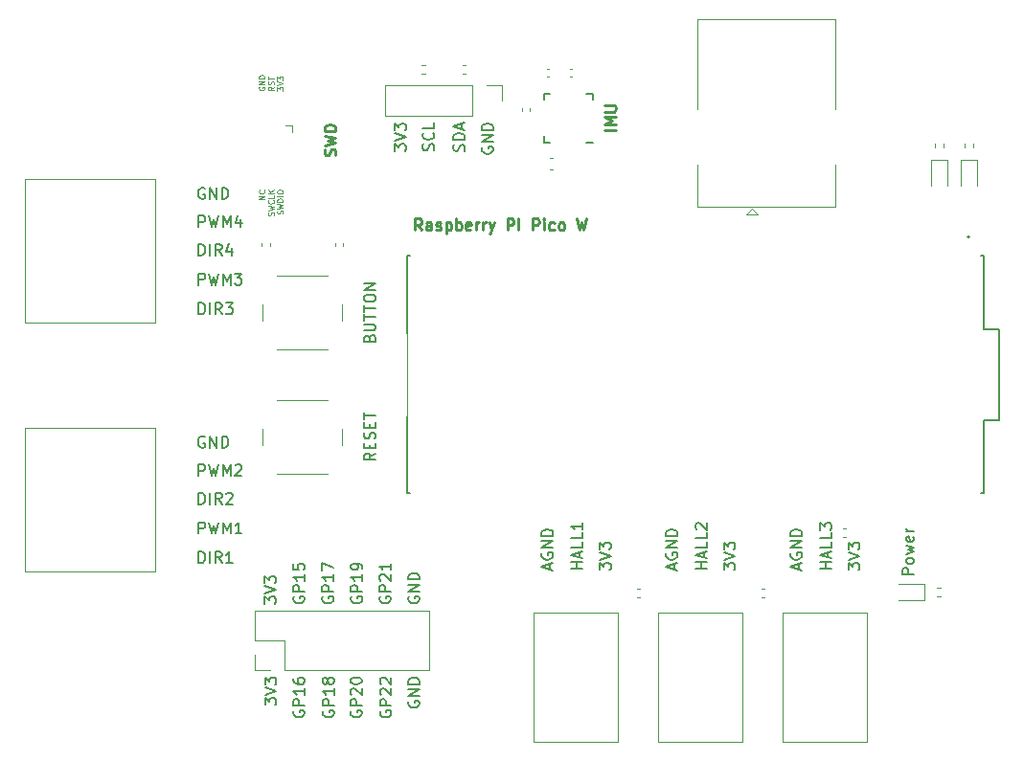
<source format=gbr>
%TF.GenerationSoftware,KiCad,Pcbnew,(6.0.5)*%
%TF.CreationDate,2023-01-28T00:33:00+00:00*%
%TF.ProjectId,Drivebase Board,44726976-6562-4617-9365-20426f617264,rev?*%
%TF.SameCoordinates,Original*%
%TF.FileFunction,Legend,Top*%
%TF.FilePolarity,Positive*%
%FSLAX46Y46*%
G04 Gerber Fmt 4.6, Leading zero omitted, Abs format (unit mm)*
G04 Created by KiCad (PCBNEW (6.0.5)) date 2023-01-28 00:33:00*
%MOMM*%
%LPD*%
G01*
G04 APERTURE LIST*
%ADD10C,0.250000*%
%ADD11C,0.150000*%
%ADD12C,0.100000*%
%ADD13C,0.120000*%
%ADD14C,0.127000*%
%ADD15C,0.200000*%
G04 APERTURE END LIST*
D10*
X125304761Y-82819642D02*
X125352380Y-82676785D01*
X125352380Y-82438690D01*
X125304761Y-82343452D01*
X125257142Y-82295833D01*
X125161904Y-82248214D01*
X125066666Y-82248214D01*
X124971428Y-82295833D01*
X124923809Y-82343452D01*
X124876190Y-82438690D01*
X124828571Y-82629166D01*
X124780952Y-82724404D01*
X124733333Y-82772023D01*
X124638095Y-82819642D01*
X124542857Y-82819642D01*
X124447619Y-82772023D01*
X124400000Y-82724404D01*
X124352380Y-82629166D01*
X124352380Y-82391071D01*
X124400000Y-82248214D01*
X124352380Y-81914880D02*
X125352380Y-81676785D01*
X124638095Y-81486309D01*
X125352380Y-81295833D01*
X124352380Y-81057738D01*
X125352380Y-80676785D02*
X124352380Y-80676785D01*
X124352380Y-80438690D01*
X124400000Y-80295833D01*
X124495238Y-80200595D01*
X124590476Y-80152976D01*
X124780952Y-80105357D01*
X124923809Y-80105357D01*
X125114285Y-80152976D01*
X125209523Y-80200595D01*
X125304761Y-80295833D01*
X125352380Y-80438690D01*
X125352380Y-80676785D01*
D11*
X131800000Y-131095714D02*
X131752380Y-131190952D01*
X131752380Y-131333809D01*
X131800000Y-131476666D01*
X131895238Y-131571904D01*
X131990476Y-131619523D01*
X132180952Y-131667142D01*
X132323809Y-131667142D01*
X132514285Y-131619523D01*
X132609523Y-131571904D01*
X132704761Y-131476666D01*
X132752380Y-131333809D01*
X132752380Y-131238571D01*
X132704761Y-131095714D01*
X132657142Y-131048095D01*
X132323809Y-131048095D01*
X132323809Y-131238571D01*
X132752380Y-130619523D02*
X131752380Y-130619523D01*
X132752380Y-130048095D01*
X131752380Y-130048095D01*
X132752380Y-129571904D02*
X131752380Y-129571904D01*
X131752380Y-129333809D01*
X131800000Y-129190952D01*
X131895238Y-129095714D01*
X131990476Y-129048095D01*
X132180952Y-129000476D01*
X132323809Y-129000476D01*
X132514285Y-129048095D01*
X132609523Y-129095714D01*
X132704761Y-129190952D01*
X132752380Y-129333809D01*
X132752380Y-129571904D01*
D12*
X119071190Y-86682261D02*
X118571190Y-86682261D01*
X119071190Y-86396547D01*
X118571190Y-86396547D01*
X119023571Y-85872738D02*
X119047380Y-85896547D01*
X119071190Y-85967976D01*
X119071190Y-86015595D01*
X119047380Y-86087023D01*
X118999761Y-86134642D01*
X118952142Y-86158452D01*
X118856904Y-86182261D01*
X118785476Y-86182261D01*
X118690238Y-86158452D01*
X118642619Y-86134642D01*
X118595000Y-86087023D01*
X118571190Y-86015595D01*
X118571190Y-85967976D01*
X118595000Y-85896547D01*
X118618809Y-85872738D01*
X119852380Y-88134642D02*
X119876190Y-88063214D01*
X119876190Y-87944166D01*
X119852380Y-87896547D01*
X119828571Y-87872738D01*
X119780952Y-87848928D01*
X119733333Y-87848928D01*
X119685714Y-87872738D01*
X119661904Y-87896547D01*
X119638095Y-87944166D01*
X119614285Y-88039404D01*
X119590476Y-88087023D01*
X119566666Y-88110833D01*
X119519047Y-88134642D01*
X119471428Y-88134642D01*
X119423809Y-88110833D01*
X119400000Y-88087023D01*
X119376190Y-88039404D01*
X119376190Y-87920357D01*
X119400000Y-87848928D01*
X119376190Y-87682261D02*
X119876190Y-87563214D01*
X119519047Y-87467976D01*
X119876190Y-87372738D01*
X119376190Y-87253690D01*
X119828571Y-86777500D02*
X119852380Y-86801309D01*
X119876190Y-86872738D01*
X119876190Y-86920357D01*
X119852380Y-86991785D01*
X119804761Y-87039404D01*
X119757142Y-87063214D01*
X119661904Y-87087023D01*
X119590476Y-87087023D01*
X119495238Y-87063214D01*
X119447619Y-87039404D01*
X119400000Y-86991785D01*
X119376190Y-86920357D01*
X119376190Y-86872738D01*
X119400000Y-86801309D01*
X119423809Y-86777500D01*
X119876190Y-86325119D02*
X119876190Y-86563214D01*
X119376190Y-86563214D01*
X119876190Y-86158452D02*
X119376190Y-86158452D01*
X119876190Y-85872738D02*
X119590476Y-86087023D01*
X119376190Y-85872738D02*
X119661904Y-86158452D01*
X120657380Y-87991785D02*
X120681190Y-87920357D01*
X120681190Y-87801309D01*
X120657380Y-87753690D01*
X120633571Y-87729880D01*
X120585952Y-87706071D01*
X120538333Y-87706071D01*
X120490714Y-87729880D01*
X120466904Y-87753690D01*
X120443095Y-87801309D01*
X120419285Y-87896547D01*
X120395476Y-87944166D01*
X120371666Y-87967976D01*
X120324047Y-87991785D01*
X120276428Y-87991785D01*
X120228809Y-87967976D01*
X120205000Y-87944166D01*
X120181190Y-87896547D01*
X120181190Y-87777500D01*
X120205000Y-87706071D01*
X120181190Y-87539404D02*
X120681190Y-87420357D01*
X120324047Y-87325119D01*
X120681190Y-87229880D01*
X120181190Y-87110833D01*
X120681190Y-86920357D02*
X120181190Y-86920357D01*
X120181190Y-86801309D01*
X120205000Y-86729880D01*
X120252619Y-86682261D01*
X120300238Y-86658452D01*
X120395476Y-86634642D01*
X120466904Y-86634642D01*
X120562142Y-86658452D01*
X120609761Y-86682261D01*
X120657380Y-86729880D01*
X120681190Y-86801309D01*
X120681190Y-86920357D01*
X120681190Y-86420357D02*
X120181190Y-86420357D01*
X120181190Y-86087023D02*
X120181190Y-85991785D01*
X120205000Y-85944166D01*
X120252619Y-85896547D01*
X120347857Y-85872738D01*
X120514523Y-85872738D01*
X120609761Y-85896547D01*
X120657380Y-85944166D01*
X120681190Y-85991785D01*
X120681190Y-86087023D01*
X120657380Y-86134642D01*
X120609761Y-86182261D01*
X120514523Y-86206071D01*
X120347857Y-86206071D01*
X120252619Y-86182261D01*
X120205000Y-86134642D01*
X120181190Y-86087023D01*
D11*
X113759404Y-85712500D02*
X113664166Y-85664880D01*
X113521309Y-85664880D01*
X113378452Y-85712500D01*
X113283214Y-85807738D01*
X113235595Y-85902976D01*
X113187976Y-86093452D01*
X113187976Y-86236309D01*
X113235595Y-86426785D01*
X113283214Y-86522023D01*
X113378452Y-86617261D01*
X113521309Y-86664880D01*
X113616547Y-86664880D01*
X113759404Y-86617261D01*
X113807023Y-86569642D01*
X113807023Y-86236309D01*
X113616547Y-86236309D01*
X114235595Y-86664880D02*
X114235595Y-85664880D01*
X114807023Y-86664880D01*
X114807023Y-85664880D01*
X115283214Y-86664880D02*
X115283214Y-85664880D01*
X115521309Y-85664880D01*
X115664166Y-85712500D01*
X115759404Y-85807738D01*
X115807023Y-85902976D01*
X115854642Y-86093452D01*
X115854642Y-86236309D01*
X115807023Y-86426785D01*
X115759404Y-86522023D01*
X115664166Y-86617261D01*
X115521309Y-86664880D01*
X115283214Y-86664880D01*
X136704761Y-82429047D02*
X136752380Y-82286190D01*
X136752380Y-82048095D01*
X136704761Y-81952857D01*
X136657142Y-81905238D01*
X136561904Y-81857619D01*
X136466666Y-81857619D01*
X136371428Y-81905238D01*
X136323809Y-81952857D01*
X136276190Y-82048095D01*
X136228571Y-82238571D01*
X136180952Y-82333809D01*
X136133333Y-82381428D01*
X136038095Y-82429047D01*
X135942857Y-82429047D01*
X135847619Y-82381428D01*
X135800000Y-82333809D01*
X135752380Y-82238571D01*
X135752380Y-82000476D01*
X135800000Y-81857619D01*
X136752380Y-81429047D02*
X135752380Y-81429047D01*
X135752380Y-81190952D01*
X135800000Y-81048095D01*
X135895238Y-80952857D01*
X135990476Y-80905238D01*
X136180952Y-80857619D01*
X136323809Y-80857619D01*
X136514285Y-80905238D01*
X136609523Y-80952857D01*
X136704761Y-81048095D01*
X136752380Y-81190952D01*
X136752380Y-81429047D01*
X136466666Y-80476666D02*
X136466666Y-80000476D01*
X136752380Y-80571904D02*
X135752380Y-80238571D01*
X136752380Y-79905238D01*
X113235595Y-89164880D02*
X113235595Y-88164880D01*
X113616547Y-88164880D01*
X113711785Y-88212500D01*
X113759404Y-88260119D01*
X113807023Y-88355357D01*
X113807023Y-88498214D01*
X113759404Y-88593452D01*
X113711785Y-88641071D01*
X113616547Y-88688690D01*
X113235595Y-88688690D01*
X114140357Y-88164880D02*
X114378452Y-89164880D01*
X114568928Y-88450595D01*
X114759404Y-89164880D01*
X114997500Y-88164880D01*
X115378452Y-89164880D02*
X115378452Y-88164880D01*
X115711785Y-88879166D01*
X116045119Y-88164880D01*
X116045119Y-89164880D01*
X116949880Y-88498214D02*
X116949880Y-89164880D01*
X116711785Y-88117261D02*
X116473690Y-88831547D01*
X117092738Y-88831547D01*
X126700000Y-131952857D02*
X126652380Y-132048095D01*
X126652380Y-132190952D01*
X126700000Y-132333809D01*
X126795238Y-132429047D01*
X126890476Y-132476666D01*
X127080952Y-132524285D01*
X127223809Y-132524285D01*
X127414285Y-132476666D01*
X127509523Y-132429047D01*
X127604761Y-132333809D01*
X127652380Y-132190952D01*
X127652380Y-132095714D01*
X127604761Y-131952857D01*
X127557142Y-131905238D01*
X127223809Y-131905238D01*
X127223809Y-132095714D01*
X127652380Y-131476666D02*
X126652380Y-131476666D01*
X126652380Y-131095714D01*
X126700000Y-131000476D01*
X126747619Y-130952857D01*
X126842857Y-130905238D01*
X126985714Y-130905238D01*
X127080952Y-130952857D01*
X127128571Y-131000476D01*
X127176190Y-131095714D01*
X127176190Y-131476666D01*
X126747619Y-130524285D02*
X126700000Y-130476666D01*
X126652380Y-130381428D01*
X126652380Y-130143333D01*
X126700000Y-130048095D01*
X126747619Y-130000476D01*
X126842857Y-129952857D01*
X126938095Y-129952857D01*
X127080952Y-130000476D01*
X127652380Y-130571904D01*
X127652380Y-129952857D01*
X126652380Y-129333809D02*
X126652380Y-129238571D01*
X126700000Y-129143333D01*
X126747619Y-129095714D01*
X126842857Y-129048095D01*
X127033333Y-129000476D01*
X127271428Y-129000476D01*
X127461904Y-129048095D01*
X127557142Y-129095714D01*
X127604761Y-129143333D01*
X127652380Y-129238571D01*
X127652380Y-129333809D01*
X127604761Y-129429047D01*
X127557142Y-129476666D01*
X127461904Y-129524285D01*
X127271428Y-129571904D01*
X127033333Y-129571904D01*
X126842857Y-129524285D01*
X126747619Y-129476666D01*
X126700000Y-129429047D01*
X126652380Y-129333809D01*
X130552380Y-82429047D02*
X130552380Y-81810000D01*
X130933333Y-82143333D01*
X130933333Y-82000476D01*
X130980952Y-81905238D01*
X131028571Y-81857619D01*
X131123809Y-81810000D01*
X131361904Y-81810000D01*
X131457142Y-81857619D01*
X131504761Y-81905238D01*
X131552380Y-82000476D01*
X131552380Y-82286190D01*
X131504761Y-82381428D01*
X131457142Y-82429047D01*
X130552380Y-81524285D02*
X131552380Y-81190952D01*
X130552380Y-80857619D01*
X130552380Y-80619523D02*
X130552380Y-80000476D01*
X130933333Y-80333809D01*
X130933333Y-80190952D01*
X130980952Y-80095714D01*
X131028571Y-80048095D01*
X131123809Y-80000476D01*
X131361904Y-80000476D01*
X131457142Y-80048095D01*
X131504761Y-80095714D01*
X131552380Y-80190952D01*
X131552380Y-80476666D01*
X131504761Y-80571904D01*
X131457142Y-80619523D01*
X129300000Y-131952857D02*
X129252380Y-132048095D01*
X129252380Y-132190952D01*
X129300000Y-132333809D01*
X129395238Y-132429047D01*
X129490476Y-132476666D01*
X129680952Y-132524285D01*
X129823809Y-132524285D01*
X130014285Y-132476666D01*
X130109523Y-132429047D01*
X130204761Y-132333809D01*
X130252380Y-132190952D01*
X130252380Y-132095714D01*
X130204761Y-131952857D01*
X130157142Y-131905238D01*
X129823809Y-131905238D01*
X129823809Y-132095714D01*
X130252380Y-131476666D02*
X129252380Y-131476666D01*
X129252380Y-131095714D01*
X129300000Y-131000476D01*
X129347619Y-130952857D01*
X129442857Y-130905238D01*
X129585714Y-130905238D01*
X129680952Y-130952857D01*
X129728571Y-131000476D01*
X129776190Y-131095714D01*
X129776190Y-131476666D01*
X129347619Y-130524285D02*
X129300000Y-130476666D01*
X129252380Y-130381428D01*
X129252380Y-130143333D01*
X129300000Y-130048095D01*
X129347619Y-130000476D01*
X129442857Y-129952857D01*
X129538095Y-129952857D01*
X129680952Y-130000476D01*
X130252380Y-130571904D01*
X130252380Y-129952857D01*
X129347619Y-129571904D02*
X129300000Y-129524285D01*
X129252380Y-129429047D01*
X129252380Y-129190952D01*
X129300000Y-129095714D01*
X129347619Y-129048095D01*
X129442857Y-129000476D01*
X129538095Y-129000476D01*
X129680952Y-129048095D01*
X130252380Y-129619523D01*
X130252380Y-129000476D01*
X138300000Y-82095714D02*
X138252380Y-82190952D01*
X138252380Y-82333809D01*
X138300000Y-82476666D01*
X138395238Y-82571904D01*
X138490476Y-82619523D01*
X138680952Y-82667142D01*
X138823809Y-82667142D01*
X139014285Y-82619523D01*
X139109523Y-82571904D01*
X139204761Y-82476666D01*
X139252380Y-82333809D01*
X139252380Y-82238571D01*
X139204761Y-82095714D01*
X139157142Y-82048095D01*
X138823809Y-82048095D01*
X138823809Y-82238571D01*
X139252380Y-81619523D02*
X138252380Y-81619523D01*
X139252380Y-81048095D01*
X138252380Y-81048095D01*
X139252380Y-80571904D02*
X138252380Y-80571904D01*
X138252380Y-80333809D01*
X138300000Y-80190952D01*
X138395238Y-80095714D01*
X138490476Y-80048095D01*
X138680952Y-80000476D01*
X138823809Y-80000476D01*
X139014285Y-80048095D01*
X139109523Y-80095714D01*
X139204761Y-80190952D01*
X139252380Y-80333809D01*
X139252380Y-80571904D01*
X121650000Y-121853095D02*
X121602380Y-121948333D01*
X121602380Y-122091190D01*
X121650000Y-122234047D01*
X121745238Y-122329285D01*
X121840476Y-122376904D01*
X122030952Y-122424523D01*
X122173809Y-122424523D01*
X122364285Y-122376904D01*
X122459523Y-122329285D01*
X122554761Y-122234047D01*
X122602380Y-122091190D01*
X122602380Y-121995952D01*
X122554761Y-121853095D01*
X122507142Y-121805476D01*
X122173809Y-121805476D01*
X122173809Y-121995952D01*
X122602380Y-121376904D02*
X121602380Y-121376904D01*
X121602380Y-120995952D01*
X121650000Y-120900714D01*
X121697619Y-120853095D01*
X121792857Y-120805476D01*
X121935714Y-120805476D01*
X122030952Y-120853095D01*
X122078571Y-120900714D01*
X122126190Y-120995952D01*
X122126190Y-121376904D01*
X122602380Y-119853095D02*
X122602380Y-120424523D01*
X122602380Y-120138809D02*
X121602380Y-120138809D01*
X121745238Y-120234047D01*
X121840476Y-120329285D01*
X121888095Y-120424523D01*
X121602380Y-118948333D02*
X121602380Y-119424523D01*
X122078571Y-119472142D01*
X122030952Y-119424523D01*
X121983333Y-119329285D01*
X121983333Y-119091190D01*
X122030952Y-118995952D01*
X122078571Y-118948333D01*
X122173809Y-118900714D01*
X122411904Y-118900714D01*
X122507142Y-118948333D01*
X122554761Y-118995952D01*
X122602380Y-119091190D01*
X122602380Y-119329285D01*
X122554761Y-119424523D01*
X122507142Y-119472142D01*
X113759404Y-107712500D02*
X113664166Y-107664880D01*
X113521309Y-107664880D01*
X113378452Y-107712500D01*
X113283214Y-107807738D01*
X113235595Y-107902976D01*
X113187976Y-108093452D01*
X113187976Y-108236309D01*
X113235595Y-108426785D01*
X113283214Y-108522023D01*
X113378452Y-108617261D01*
X113521309Y-108664880D01*
X113616547Y-108664880D01*
X113759404Y-108617261D01*
X113807023Y-108569642D01*
X113807023Y-108236309D01*
X113616547Y-108236309D01*
X114235595Y-108664880D02*
X114235595Y-107664880D01*
X114807023Y-108664880D01*
X114807023Y-107664880D01*
X115283214Y-108664880D02*
X115283214Y-107664880D01*
X115521309Y-107664880D01*
X115664166Y-107712500D01*
X115759404Y-107807738D01*
X115807023Y-107902976D01*
X115854642Y-108093452D01*
X115854642Y-108236309D01*
X115807023Y-108426785D01*
X115759404Y-108522023D01*
X115664166Y-108617261D01*
X115521309Y-108664880D01*
X115283214Y-108664880D01*
X131800000Y-121853095D02*
X131752380Y-121948333D01*
X131752380Y-122091190D01*
X131800000Y-122234047D01*
X131895238Y-122329285D01*
X131990476Y-122376904D01*
X132180952Y-122424523D01*
X132323809Y-122424523D01*
X132514285Y-122376904D01*
X132609523Y-122329285D01*
X132704761Y-122234047D01*
X132752380Y-122091190D01*
X132752380Y-121995952D01*
X132704761Y-121853095D01*
X132657142Y-121805476D01*
X132323809Y-121805476D01*
X132323809Y-121995952D01*
X132752380Y-121376904D02*
X131752380Y-121376904D01*
X132752380Y-120805476D01*
X131752380Y-120805476D01*
X132752380Y-120329285D02*
X131752380Y-120329285D01*
X131752380Y-120091190D01*
X131800000Y-119948333D01*
X131895238Y-119853095D01*
X131990476Y-119805476D01*
X132180952Y-119757857D01*
X132323809Y-119757857D01*
X132514285Y-119805476D01*
X132609523Y-119853095D01*
X132704761Y-119948333D01*
X132752380Y-120091190D01*
X132752380Y-120329285D01*
X133994761Y-82381428D02*
X134042380Y-82238571D01*
X134042380Y-82000476D01*
X133994761Y-81905238D01*
X133947142Y-81857619D01*
X133851904Y-81810000D01*
X133756666Y-81810000D01*
X133661428Y-81857619D01*
X133613809Y-81905238D01*
X133566190Y-82000476D01*
X133518571Y-82190952D01*
X133470952Y-82286190D01*
X133423333Y-82333809D01*
X133328095Y-82381428D01*
X133232857Y-82381428D01*
X133137619Y-82333809D01*
X133090000Y-82286190D01*
X133042380Y-82190952D01*
X133042380Y-81952857D01*
X133090000Y-81810000D01*
X133947142Y-80810000D02*
X133994761Y-80857619D01*
X134042380Y-81000476D01*
X134042380Y-81095714D01*
X133994761Y-81238571D01*
X133899523Y-81333809D01*
X133804285Y-81381428D01*
X133613809Y-81429047D01*
X133470952Y-81429047D01*
X133280476Y-81381428D01*
X133185238Y-81333809D01*
X133090000Y-81238571D01*
X133042380Y-81095714D01*
X133042380Y-81000476D01*
X133090000Y-80857619D01*
X133137619Y-80810000D01*
X134042380Y-79905238D02*
X134042380Y-80381428D01*
X133042380Y-80381428D01*
X148652380Y-119472142D02*
X148652380Y-118853095D01*
X149033333Y-119186428D01*
X149033333Y-119043571D01*
X149080952Y-118948333D01*
X149128571Y-118900714D01*
X149223809Y-118853095D01*
X149461904Y-118853095D01*
X149557142Y-118900714D01*
X149604761Y-118948333D01*
X149652380Y-119043571D01*
X149652380Y-119329285D01*
X149604761Y-119424523D01*
X149557142Y-119472142D01*
X148652380Y-118567380D02*
X149652380Y-118234047D01*
X148652380Y-117900714D01*
X148652380Y-117662619D02*
X148652380Y-117043571D01*
X149033333Y-117376904D01*
X149033333Y-117234047D01*
X149080952Y-117138809D01*
X149128571Y-117091190D01*
X149223809Y-117043571D01*
X149461904Y-117043571D01*
X149557142Y-117091190D01*
X149604761Y-117138809D01*
X149652380Y-117234047D01*
X149652380Y-117519761D01*
X149604761Y-117615000D01*
X149557142Y-117662619D01*
D12*
X118595000Y-76766547D02*
X118571190Y-76814166D01*
X118571190Y-76885595D01*
X118595000Y-76957023D01*
X118642619Y-77004642D01*
X118690238Y-77028452D01*
X118785476Y-77052261D01*
X118856904Y-77052261D01*
X118952142Y-77028452D01*
X118999761Y-77004642D01*
X119047380Y-76957023D01*
X119071190Y-76885595D01*
X119071190Y-76837976D01*
X119047380Y-76766547D01*
X119023571Y-76742738D01*
X118856904Y-76742738D01*
X118856904Y-76837976D01*
X119071190Y-76528452D02*
X118571190Y-76528452D01*
X119071190Y-76242738D01*
X118571190Y-76242738D01*
X119071190Y-76004642D02*
X118571190Y-76004642D01*
X118571190Y-75885595D01*
X118595000Y-75814166D01*
X118642619Y-75766547D01*
X118690238Y-75742738D01*
X118785476Y-75718928D01*
X118856904Y-75718928D01*
X118952142Y-75742738D01*
X118999761Y-75766547D01*
X119047380Y-75814166D01*
X119071190Y-75885595D01*
X119071190Y-76004642D01*
X119876190Y-76742738D02*
X119638095Y-76909404D01*
X119876190Y-77028452D02*
X119376190Y-77028452D01*
X119376190Y-76837976D01*
X119400000Y-76790357D01*
X119423809Y-76766547D01*
X119471428Y-76742738D01*
X119542857Y-76742738D01*
X119590476Y-76766547D01*
X119614285Y-76790357D01*
X119638095Y-76837976D01*
X119638095Y-77028452D01*
X119852380Y-76552261D02*
X119876190Y-76480833D01*
X119876190Y-76361785D01*
X119852380Y-76314166D01*
X119828571Y-76290357D01*
X119780952Y-76266547D01*
X119733333Y-76266547D01*
X119685714Y-76290357D01*
X119661904Y-76314166D01*
X119638095Y-76361785D01*
X119614285Y-76457023D01*
X119590476Y-76504642D01*
X119566666Y-76528452D01*
X119519047Y-76552261D01*
X119471428Y-76552261D01*
X119423809Y-76528452D01*
X119400000Y-76504642D01*
X119376190Y-76457023D01*
X119376190Y-76337976D01*
X119400000Y-76266547D01*
X119376190Y-76123690D02*
X119376190Y-75837976D01*
X119876190Y-75980833D02*
X119376190Y-75980833D01*
X120181190Y-77076071D02*
X120181190Y-76766547D01*
X120371666Y-76933214D01*
X120371666Y-76861785D01*
X120395476Y-76814166D01*
X120419285Y-76790357D01*
X120466904Y-76766547D01*
X120585952Y-76766547D01*
X120633571Y-76790357D01*
X120657380Y-76814166D01*
X120681190Y-76861785D01*
X120681190Y-77004642D01*
X120657380Y-77052261D01*
X120633571Y-77076071D01*
X120181190Y-76623690D02*
X120681190Y-76457023D01*
X120181190Y-76290357D01*
X120181190Y-76171309D02*
X120181190Y-75861785D01*
X120371666Y-76028452D01*
X120371666Y-75957023D01*
X120395476Y-75909404D01*
X120419285Y-75885595D01*
X120466904Y-75861785D01*
X120585952Y-75861785D01*
X120633571Y-75885595D01*
X120657380Y-75909404D01*
X120681190Y-75957023D01*
X120681190Y-76099880D01*
X120657380Y-76147500D01*
X120633571Y-76171309D01*
D11*
X155266666Y-119424523D02*
X155266666Y-118948333D01*
X155552380Y-119519761D02*
X154552380Y-119186428D01*
X155552380Y-118853095D01*
X154600000Y-117995952D02*
X154552380Y-118091190D01*
X154552380Y-118234047D01*
X154600000Y-118376904D01*
X154695238Y-118472142D01*
X154790476Y-118519761D01*
X154980952Y-118567380D01*
X155123809Y-118567380D01*
X155314285Y-118519761D01*
X155409523Y-118472142D01*
X155504761Y-118376904D01*
X155552380Y-118234047D01*
X155552380Y-118138809D01*
X155504761Y-117995952D01*
X155457142Y-117948333D01*
X155123809Y-117948333D01*
X155123809Y-118138809D01*
X155552380Y-117519761D02*
X154552380Y-117519761D01*
X155552380Y-116948333D01*
X154552380Y-116948333D01*
X155552380Y-116472142D02*
X154552380Y-116472142D01*
X154552380Y-116234047D01*
X154600000Y-116091190D01*
X154695238Y-115995952D01*
X154790476Y-115948333D01*
X154980952Y-115900714D01*
X155123809Y-115900714D01*
X155314285Y-115948333D01*
X155409523Y-115995952D01*
X155504761Y-116091190D01*
X155552380Y-116234047D01*
X155552380Y-116472142D01*
X113235595Y-118864880D02*
X113235595Y-117864880D01*
X113473690Y-117864880D01*
X113616547Y-117912500D01*
X113711785Y-118007738D01*
X113759404Y-118102976D01*
X113807023Y-118293452D01*
X113807023Y-118436309D01*
X113759404Y-118626785D01*
X113711785Y-118722023D01*
X113616547Y-118817261D01*
X113473690Y-118864880D01*
X113235595Y-118864880D01*
X114235595Y-118864880D02*
X114235595Y-117864880D01*
X115283214Y-118864880D02*
X114949880Y-118388690D01*
X114711785Y-118864880D02*
X114711785Y-117864880D01*
X115092738Y-117864880D01*
X115187976Y-117912500D01*
X115235595Y-117960119D01*
X115283214Y-118055357D01*
X115283214Y-118198214D01*
X115235595Y-118293452D01*
X115187976Y-118341071D01*
X115092738Y-118388690D01*
X114711785Y-118388690D01*
X116235595Y-118864880D02*
X115664166Y-118864880D01*
X115949880Y-118864880D02*
X115949880Y-117864880D01*
X115854642Y-118007738D01*
X115759404Y-118102976D01*
X115664166Y-118150595D01*
X119102380Y-131429047D02*
X119102380Y-130810000D01*
X119483333Y-131143333D01*
X119483333Y-131000476D01*
X119530952Y-130905238D01*
X119578571Y-130857619D01*
X119673809Y-130810000D01*
X119911904Y-130810000D01*
X120007142Y-130857619D01*
X120054761Y-130905238D01*
X120102380Y-131000476D01*
X120102380Y-131286190D01*
X120054761Y-131381428D01*
X120007142Y-131429047D01*
X119102380Y-130524285D02*
X120102380Y-130190952D01*
X119102380Y-129857619D01*
X119102380Y-129619523D02*
X119102380Y-129000476D01*
X119483333Y-129333809D01*
X119483333Y-129190952D01*
X119530952Y-129095714D01*
X119578571Y-129048095D01*
X119673809Y-129000476D01*
X119911904Y-129000476D01*
X120007142Y-129048095D01*
X120054761Y-129095714D01*
X120102380Y-129190952D01*
X120102380Y-129476666D01*
X120054761Y-129571904D01*
X120007142Y-129619523D01*
X113235595Y-116264880D02*
X113235595Y-115264880D01*
X113616547Y-115264880D01*
X113711785Y-115312500D01*
X113759404Y-115360119D01*
X113807023Y-115455357D01*
X113807023Y-115598214D01*
X113759404Y-115693452D01*
X113711785Y-115741071D01*
X113616547Y-115788690D01*
X113235595Y-115788690D01*
X114140357Y-115264880D02*
X114378452Y-116264880D01*
X114568928Y-115550595D01*
X114759404Y-116264880D01*
X114997500Y-115264880D01*
X115378452Y-116264880D02*
X115378452Y-115264880D01*
X115711785Y-115979166D01*
X116045119Y-115264880D01*
X116045119Y-116264880D01*
X117045119Y-116264880D02*
X116473690Y-116264880D01*
X116759404Y-116264880D02*
X116759404Y-115264880D01*
X116664166Y-115407738D01*
X116568928Y-115502976D01*
X116473690Y-115550595D01*
X126750000Y-121853095D02*
X126702380Y-121948333D01*
X126702380Y-122091190D01*
X126750000Y-122234047D01*
X126845238Y-122329285D01*
X126940476Y-122376904D01*
X127130952Y-122424523D01*
X127273809Y-122424523D01*
X127464285Y-122376904D01*
X127559523Y-122329285D01*
X127654761Y-122234047D01*
X127702380Y-122091190D01*
X127702380Y-121995952D01*
X127654761Y-121853095D01*
X127607142Y-121805476D01*
X127273809Y-121805476D01*
X127273809Y-121995952D01*
X127702380Y-121376904D02*
X126702380Y-121376904D01*
X126702380Y-120995952D01*
X126750000Y-120900714D01*
X126797619Y-120853095D01*
X126892857Y-120805476D01*
X127035714Y-120805476D01*
X127130952Y-120853095D01*
X127178571Y-120900714D01*
X127226190Y-120995952D01*
X127226190Y-121376904D01*
X127702380Y-119853095D02*
X127702380Y-120424523D01*
X127702380Y-120138809D02*
X126702380Y-120138809D01*
X126845238Y-120234047D01*
X126940476Y-120329285D01*
X126988095Y-120424523D01*
X127702380Y-119376904D02*
X127702380Y-119186428D01*
X127654761Y-119091190D01*
X127607142Y-119043571D01*
X127464285Y-118948333D01*
X127273809Y-118900714D01*
X126892857Y-118900714D01*
X126797619Y-118948333D01*
X126750000Y-118995952D01*
X126702380Y-119091190D01*
X126702380Y-119281666D01*
X126750000Y-119376904D01*
X126797619Y-119424523D01*
X126892857Y-119472142D01*
X127130952Y-119472142D01*
X127226190Y-119424523D01*
X127273809Y-119376904D01*
X127321428Y-119281666D01*
X127321428Y-119091190D01*
X127273809Y-118995952D01*
X127226190Y-118948333D01*
X127130952Y-118900714D01*
X176452380Y-119876904D02*
X175452380Y-119876904D01*
X175452380Y-119495952D01*
X175500000Y-119400714D01*
X175547619Y-119353095D01*
X175642857Y-119305476D01*
X175785714Y-119305476D01*
X175880952Y-119353095D01*
X175928571Y-119400714D01*
X175976190Y-119495952D01*
X175976190Y-119876904D01*
X176452380Y-118734047D02*
X176404761Y-118829285D01*
X176357142Y-118876904D01*
X176261904Y-118924523D01*
X175976190Y-118924523D01*
X175880952Y-118876904D01*
X175833333Y-118829285D01*
X175785714Y-118734047D01*
X175785714Y-118591190D01*
X175833333Y-118495952D01*
X175880952Y-118448333D01*
X175976190Y-118400714D01*
X176261904Y-118400714D01*
X176357142Y-118448333D01*
X176404761Y-118495952D01*
X176452380Y-118591190D01*
X176452380Y-118734047D01*
X175785714Y-118067380D02*
X176452380Y-117876904D01*
X175976190Y-117686428D01*
X176452380Y-117495952D01*
X175785714Y-117305476D01*
X176404761Y-116543571D02*
X176452380Y-116638809D01*
X176452380Y-116829285D01*
X176404761Y-116924523D01*
X176309523Y-116972142D01*
X175928571Y-116972142D01*
X175833333Y-116924523D01*
X175785714Y-116829285D01*
X175785714Y-116638809D01*
X175833333Y-116543571D01*
X175928571Y-116495952D01*
X176023809Y-116495952D01*
X176119047Y-116972142D01*
X176452380Y-116067380D02*
X175785714Y-116067380D01*
X175976190Y-116067380D02*
X175880952Y-116019761D01*
X175833333Y-115972142D01*
X175785714Y-115876904D01*
X175785714Y-115781666D01*
X158152380Y-119376904D02*
X157152380Y-119376904D01*
X157628571Y-119376904D02*
X157628571Y-118805476D01*
X158152380Y-118805476D02*
X157152380Y-118805476D01*
X157866666Y-118376904D02*
X157866666Y-117900714D01*
X158152380Y-118472142D02*
X157152380Y-118138809D01*
X158152380Y-117805476D01*
X158152380Y-116995952D02*
X158152380Y-117472142D01*
X157152380Y-117472142D01*
X158152380Y-116186428D02*
X158152380Y-116662619D01*
X157152380Y-116662619D01*
X157247619Y-115900714D02*
X157200000Y-115853095D01*
X157152380Y-115757857D01*
X157152380Y-115519761D01*
X157200000Y-115424523D01*
X157247619Y-115376904D01*
X157342857Y-115329285D01*
X157438095Y-115329285D01*
X157580952Y-115376904D01*
X158152380Y-115948333D01*
X158152380Y-115329285D01*
X113235595Y-96864880D02*
X113235595Y-95864880D01*
X113473690Y-95864880D01*
X113616547Y-95912500D01*
X113711785Y-96007738D01*
X113759404Y-96102976D01*
X113807023Y-96293452D01*
X113807023Y-96436309D01*
X113759404Y-96626785D01*
X113711785Y-96722023D01*
X113616547Y-96817261D01*
X113473690Y-96864880D01*
X113235595Y-96864880D01*
X114235595Y-96864880D02*
X114235595Y-95864880D01*
X115283214Y-96864880D02*
X114949880Y-96388690D01*
X114711785Y-96864880D02*
X114711785Y-95864880D01*
X115092738Y-95864880D01*
X115187976Y-95912500D01*
X115235595Y-95960119D01*
X115283214Y-96055357D01*
X115283214Y-96198214D01*
X115235595Y-96293452D01*
X115187976Y-96341071D01*
X115092738Y-96388690D01*
X114711785Y-96388690D01*
X115616547Y-95864880D02*
X116235595Y-95864880D01*
X115902261Y-96245833D01*
X116045119Y-96245833D01*
X116140357Y-96293452D01*
X116187976Y-96341071D01*
X116235595Y-96436309D01*
X116235595Y-96674404D01*
X116187976Y-96769642D01*
X116140357Y-96817261D01*
X116045119Y-96864880D01*
X115759404Y-96864880D01*
X115664166Y-96817261D01*
X115616547Y-96769642D01*
X144266666Y-119424523D02*
X144266666Y-118948333D01*
X144552380Y-119519761D02*
X143552380Y-119186428D01*
X144552380Y-118853095D01*
X143600000Y-117995952D02*
X143552380Y-118091190D01*
X143552380Y-118234047D01*
X143600000Y-118376904D01*
X143695238Y-118472142D01*
X143790476Y-118519761D01*
X143980952Y-118567380D01*
X144123809Y-118567380D01*
X144314285Y-118519761D01*
X144409523Y-118472142D01*
X144504761Y-118376904D01*
X144552380Y-118234047D01*
X144552380Y-118138809D01*
X144504761Y-117995952D01*
X144457142Y-117948333D01*
X144123809Y-117948333D01*
X144123809Y-118138809D01*
X144552380Y-117519761D02*
X143552380Y-117519761D01*
X144552380Y-116948333D01*
X143552380Y-116948333D01*
X144552380Y-116472142D02*
X143552380Y-116472142D01*
X143552380Y-116234047D01*
X143600000Y-116091190D01*
X143695238Y-115995952D01*
X143790476Y-115948333D01*
X143980952Y-115900714D01*
X144123809Y-115900714D01*
X144314285Y-115948333D01*
X144409523Y-115995952D01*
X144504761Y-116091190D01*
X144552380Y-116234047D01*
X144552380Y-116472142D01*
X170652380Y-119472142D02*
X170652380Y-118853095D01*
X171033333Y-119186428D01*
X171033333Y-119043571D01*
X171080952Y-118948333D01*
X171128571Y-118900714D01*
X171223809Y-118853095D01*
X171461904Y-118853095D01*
X171557142Y-118900714D01*
X171604761Y-118948333D01*
X171652380Y-119043571D01*
X171652380Y-119329285D01*
X171604761Y-119424523D01*
X171557142Y-119472142D01*
X170652380Y-118567380D02*
X171652380Y-118234047D01*
X170652380Y-117900714D01*
X170652380Y-117662619D02*
X170652380Y-117043571D01*
X171033333Y-117376904D01*
X171033333Y-117234047D01*
X171080952Y-117138809D01*
X171128571Y-117091190D01*
X171223809Y-117043571D01*
X171461904Y-117043571D01*
X171557142Y-117091190D01*
X171604761Y-117138809D01*
X171652380Y-117234047D01*
X171652380Y-117519761D01*
X171604761Y-117615000D01*
X171557142Y-117662619D01*
X169152380Y-119376904D02*
X168152380Y-119376904D01*
X168628571Y-119376904D02*
X168628571Y-118805476D01*
X169152380Y-118805476D02*
X168152380Y-118805476D01*
X168866666Y-118376904D02*
X168866666Y-117900714D01*
X169152380Y-118472142D02*
X168152380Y-118138809D01*
X169152380Y-117805476D01*
X169152380Y-116995952D02*
X169152380Y-117472142D01*
X168152380Y-117472142D01*
X169152380Y-116186428D02*
X169152380Y-116662619D01*
X168152380Y-116662619D01*
X168152380Y-115948333D02*
X168152380Y-115329285D01*
X168533333Y-115662619D01*
X168533333Y-115519761D01*
X168580952Y-115424523D01*
X168628571Y-115376904D01*
X168723809Y-115329285D01*
X168961904Y-115329285D01*
X169057142Y-115376904D01*
X169104761Y-115424523D01*
X169152380Y-115519761D01*
X169152380Y-115805476D01*
X169104761Y-115900714D01*
X169057142Y-115948333D01*
X113235595Y-113664880D02*
X113235595Y-112664880D01*
X113473690Y-112664880D01*
X113616547Y-112712500D01*
X113711785Y-112807738D01*
X113759404Y-112902976D01*
X113807023Y-113093452D01*
X113807023Y-113236309D01*
X113759404Y-113426785D01*
X113711785Y-113522023D01*
X113616547Y-113617261D01*
X113473690Y-113664880D01*
X113235595Y-113664880D01*
X114235595Y-113664880D02*
X114235595Y-112664880D01*
X115283214Y-113664880D02*
X114949880Y-113188690D01*
X114711785Y-113664880D02*
X114711785Y-112664880D01*
X115092738Y-112664880D01*
X115187976Y-112712500D01*
X115235595Y-112760119D01*
X115283214Y-112855357D01*
X115283214Y-112998214D01*
X115235595Y-113093452D01*
X115187976Y-113141071D01*
X115092738Y-113188690D01*
X114711785Y-113188690D01*
X115664166Y-112760119D02*
X115711785Y-112712500D01*
X115807023Y-112664880D01*
X116045119Y-112664880D01*
X116140357Y-112712500D01*
X116187976Y-112760119D01*
X116235595Y-112855357D01*
X116235595Y-112950595D01*
X116187976Y-113093452D01*
X115616547Y-113664880D01*
X116235595Y-113664880D01*
X119052380Y-122472142D02*
X119052380Y-121853095D01*
X119433333Y-122186428D01*
X119433333Y-122043571D01*
X119480952Y-121948333D01*
X119528571Y-121900714D01*
X119623809Y-121853095D01*
X119861904Y-121853095D01*
X119957142Y-121900714D01*
X120004761Y-121948333D01*
X120052380Y-122043571D01*
X120052380Y-122329285D01*
X120004761Y-122424523D01*
X119957142Y-122472142D01*
X119052380Y-121567380D02*
X120052380Y-121234047D01*
X119052380Y-120900714D01*
X119052380Y-120662619D02*
X119052380Y-120043571D01*
X119433333Y-120376904D01*
X119433333Y-120234047D01*
X119480952Y-120138809D01*
X119528571Y-120091190D01*
X119623809Y-120043571D01*
X119861904Y-120043571D01*
X119957142Y-120091190D01*
X120004761Y-120138809D01*
X120052380Y-120234047D01*
X120052380Y-120519761D01*
X120004761Y-120615000D01*
X119957142Y-120662619D01*
X129250000Y-121853095D02*
X129202380Y-121948333D01*
X129202380Y-122091190D01*
X129250000Y-122234047D01*
X129345238Y-122329285D01*
X129440476Y-122376904D01*
X129630952Y-122424523D01*
X129773809Y-122424523D01*
X129964285Y-122376904D01*
X130059523Y-122329285D01*
X130154761Y-122234047D01*
X130202380Y-122091190D01*
X130202380Y-121995952D01*
X130154761Y-121853095D01*
X130107142Y-121805476D01*
X129773809Y-121805476D01*
X129773809Y-121995952D01*
X130202380Y-121376904D02*
X129202380Y-121376904D01*
X129202380Y-120995952D01*
X129250000Y-120900714D01*
X129297619Y-120853095D01*
X129392857Y-120805476D01*
X129535714Y-120805476D01*
X129630952Y-120853095D01*
X129678571Y-120900714D01*
X129726190Y-120995952D01*
X129726190Y-121376904D01*
X129297619Y-120424523D02*
X129250000Y-120376904D01*
X129202380Y-120281666D01*
X129202380Y-120043571D01*
X129250000Y-119948333D01*
X129297619Y-119900714D01*
X129392857Y-119853095D01*
X129488095Y-119853095D01*
X129630952Y-119900714D01*
X130202380Y-120472142D01*
X130202380Y-119853095D01*
X130202380Y-118900714D02*
X130202380Y-119472142D01*
X130202380Y-119186428D02*
X129202380Y-119186428D01*
X129345238Y-119281666D01*
X129440476Y-119376904D01*
X129488095Y-119472142D01*
X128328571Y-98974404D02*
X128376190Y-98831547D01*
X128423809Y-98783928D01*
X128519047Y-98736309D01*
X128661904Y-98736309D01*
X128757142Y-98783928D01*
X128804761Y-98831547D01*
X128852380Y-98926785D01*
X128852380Y-99307738D01*
X127852380Y-99307738D01*
X127852380Y-98974404D01*
X127900000Y-98879166D01*
X127947619Y-98831547D01*
X128042857Y-98783928D01*
X128138095Y-98783928D01*
X128233333Y-98831547D01*
X128280952Y-98879166D01*
X128328571Y-98974404D01*
X128328571Y-99307738D01*
X127852380Y-98307738D02*
X128661904Y-98307738D01*
X128757142Y-98260119D01*
X128804761Y-98212500D01*
X128852380Y-98117261D01*
X128852380Y-97926785D01*
X128804761Y-97831547D01*
X128757142Y-97783928D01*
X128661904Y-97736309D01*
X127852380Y-97736309D01*
X127852380Y-97402976D02*
X127852380Y-96831547D01*
X128852380Y-97117261D02*
X127852380Y-97117261D01*
X127852380Y-96641071D02*
X127852380Y-96069642D01*
X128852380Y-96355357D02*
X127852380Y-96355357D01*
X127852380Y-95545833D02*
X127852380Y-95355357D01*
X127900000Y-95260119D01*
X127995238Y-95164880D01*
X128185714Y-95117261D01*
X128519047Y-95117261D01*
X128709523Y-95164880D01*
X128804761Y-95260119D01*
X128852380Y-95355357D01*
X128852380Y-95545833D01*
X128804761Y-95641071D01*
X128709523Y-95736309D01*
X128519047Y-95783928D01*
X128185714Y-95783928D01*
X127995238Y-95736309D01*
X127900000Y-95641071D01*
X127852380Y-95545833D01*
X128852380Y-94688690D02*
X127852380Y-94688690D01*
X128852380Y-94117261D01*
X127852380Y-94117261D01*
X159652380Y-119472142D02*
X159652380Y-118853095D01*
X160033333Y-119186428D01*
X160033333Y-119043571D01*
X160080952Y-118948333D01*
X160128571Y-118900714D01*
X160223809Y-118853095D01*
X160461904Y-118853095D01*
X160557142Y-118900714D01*
X160604761Y-118948333D01*
X160652380Y-119043571D01*
X160652380Y-119329285D01*
X160604761Y-119424523D01*
X160557142Y-119472142D01*
X159652380Y-118567380D02*
X160652380Y-118234047D01*
X159652380Y-117900714D01*
X159652380Y-117662619D02*
X159652380Y-117043571D01*
X160033333Y-117376904D01*
X160033333Y-117234047D01*
X160080952Y-117138809D01*
X160128571Y-117091190D01*
X160223809Y-117043571D01*
X160461904Y-117043571D01*
X160557142Y-117091190D01*
X160604761Y-117138809D01*
X160652380Y-117234047D01*
X160652380Y-117519761D01*
X160604761Y-117615000D01*
X160557142Y-117662619D01*
X166266666Y-119424523D02*
X166266666Y-118948333D01*
X166552380Y-119519761D02*
X165552380Y-119186428D01*
X166552380Y-118853095D01*
X165600000Y-117995952D02*
X165552380Y-118091190D01*
X165552380Y-118234047D01*
X165600000Y-118376904D01*
X165695238Y-118472142D01*
X165790476Y-118519761D01*
X165980952Y-118567380D01*
X166123809Y-118567380D01*
X166314285Y-118519761D01*
X166409523Y-118472142D01*
X166504761Y-118376904D01*
X166552380Y-118234047D01*
X166552380Y-118138809D01*
X166504761Y-117995952D01*
X166457142Y-117948333D01*
X166123809Y-117948333D01*
X166123809Y-118138809D01*
X166552380Y-117519761D02*
X165552380Y-117519761D01*
X166552380Y-116948333D01*
X165552380Y-116948333D01*
X166552380Y-116472142D02*
X165552380Y-116472142D01*
X165552380Y-116234047D01*
X165600000Y-116091190D01*
X165695238Y-115995952D01*
X165790476Y-115948333D01*
X165980952Y-115900714D01*
X166123809Y-115900714D01*
X166314285Y-115948333D01*
X166409523Y-115995952D01*
X166504761Y-116091190D01*
X166552380Y-116234047D01*
X166552380Y-116472142D01*
X113235595Y-111164880D02*
X113235595Y-110164880D01*
X113616547Y-110164880D01*
X113711785Y-110212500D01*
X113759404Y-110260119D01*
X113807023Y-110355357D01*
X113807023Y-110498214D01*
X113759404Y-110593452D01*
X113711785Y-110641071D01*
X113616547Y-110688690D01*
X113235595Y-110688690D01*
X114140357Y-110164880D02*
X114378452Y-111164880D01*
X114568928Y-110450595D01*
X114759404Y-111164880D01*
X114997500Y-110164880D01*
X115378452Y-111164880D02*
X115378452Y-110164880D01*
X115711785Y-110879166D01*
X116045119Y-110164880D01*
X116045119Y-111164880D01*
X116473690Y-110260119D02*
X116521309Y-110212500D01*
X116616547Y-110164880D01*
X116854642Y-110164880D01*
X116949880Y-110212500D01*
X116997500Y-110260119D01*
X117045119Y-110355357D01*
X117045119Y-110450595D01*
X116997500Y-110593452D01*
X116426071Y-111164880D01*
X117045119Y-111164880D01*
D10*
X150102380Y-80557738D02*
X149102380Y-80557738D01*
X150102380Y-80081547D02*
X149102380Y-80081547D01*
X149816666Y-79748214D01*
X149102380Y-79414880D01*
X150102380Y-79414880D01*
X149102380Y-78938690D02*
X149911904Y-78938690D01*
X150007142Y-78891071D01*
X150054761Y-78843452D01*
X150102380Y-78748214D01*
X150102380Y-78557738D01*
X150054761Y-78462500D01*
X150007142Y-78414880D01*
X149911904Y-78367261D01*
X149102380Y-78367261D01*
D11*
X124200000Y-121853095D02*
X124152380Y-121948333D01*
X124152380Y-122091190D01*
X124200000Y-122234047D01*
X124295238Y-122329285D01*
X124390476Y-122376904D01*
X124580952Y-122424523D01*
X124723809Y-122424523D01*
X124914285Y-122376904D01*
X125009523Y-122329285D01*
X125104761Y-122234047D01*
X125152380Y-122091190D01*
X125152380Y-121995952D01*
X125104761Y-121853095D01*
X125057142Y-121805476D01*
X124723809Y-121805476D01*
X124723809Y-121995952D01*
X125152380Y-121376904D02*
X124152380Y-121376904D01*
X124152380Y-120995952D01*
X124200000Y-120900714D01*
X124247619Y-120853095D01*
X124342857Y-120805476D01*
X124485714Y-120805476D01*
X124580952Y-120853095D01*
X124628571Y-120900714D01*
X124676190Y-120995952D01*
X124676190Y-121376904D01*
X125152380Y-119853095D02*
X125152380Y-120424523D01*
X125152380Y-120138809D02*
X124152380Y-120138809D01*
X124295238Y-120234047D01*
X124390476Y-120329285D01*
X124438095Y-120424523D01*
X124152380Y-119519761D02*
X124152380Y-118853095D01*
X125152380Y-119281666D01*
X128852380Y-109164880D02*
X128376190Y-109498214D01*
X128852380Y-109736309D02*
X127852380Y-109736309D01*
X127852380Y-109355357D01*
X127900000Y-109260119D01*
X127947619Y-109212500D01*
X128042857Y-109164880D01*
X128185714Y-109164880D01*
X128280952Y-109212500D01*
X128328571Y-109260119D01*
X128376190Y-109355357D01*
X128376190Y-109736309D01*
X128328571Y-108736309D02*
X128328571Y-108402976D01*
X128852380Y-108260119D02*
X128852380Y-108736309D01*
X127852380Y-108736309D01*
X127852380Y-108260119D01*
X128804761Y-107879166D02*
X128852380Y-107736309D01*
X128852380Y-107498214D01*
X128804761Y-107402976D01*
X128757142Y-107355357D01*
X128661904Y-107307738D01*
X128566666Y-107307738D01*
X128471428Y-107355357D01*
X128423809Y-107402976D01*
X128376190Y-107498214D01*
X128328571Y-107688690D01*
X128280952Y-107783928D01*
X128233333Y-107831547D01*
X128138095Y-107879166D01*
X128042857Y-107879166D01*
X127947619Y-107831547D01*
X127900000Y-107783928D01*
X127852380Y-107688690D01*
X127852380Y-107450595D01*
X127900000Y-107307738D01*
X128328571Y-106879166D02*
X128328571Y-106545833D01*
X128852380Y-106402976D02*
X128852380Y-106879166D01*
X127852380Y-106879166D01*
X127852380Y-106402976D01*
X127852380Y-106117261D02*
X127852380Y-105545833D01*
X128852380Y-105831547D02*
X127852380Y-105831547D01*
X113235595Y-94264880D02*
X113235595Y-93264880D01*
X113616547Y-93264880D01*
X113711785Y-93312500D01*
X113759404Y-93360119D01*
X113807023Y-93455357D01*
X113807023Y-93598214D01*
X113759404Y-93693452D01*
X113711785Y-93741071D01*
X113616547Y-93788690D01*
X113235595Y-93788690D01*
X114140357Y-93264880D02*
X114378452Y-94264880D01*
X114568928Y-93550595D01*
X114759404Y-94264880D01*
X114997500Y-93264880D01*
X115378452Y-94264880D02*
X115378452Y-93264880D01*
X115711785Y-93979166D01*
X116045119Y-93264880D01*
X116045119Y-94264880D01*
X116426071Y-93264880D02*
X117045119Y-93264880D01*
X116711785Y-93645833D01*
X116854642Y-93645833D01*
X116949880Y-93693452D01*
X116997500Y-93741071D01*
X117045119Y-93836309D01*
X117045119Y-94074404D01*
X116997500Y-94169642D01*
X116949880Y-94217261D01*
X116854642Y-94264880D01*
X116568928Y-94264880D01*
X116473690Y-94217261D01*
X116426071Y-94169642D01*
X121650000Y-131952857D02*
X121602380Y-132048095D01*
X121602380Y-132190952D01*
X121650000Y-132333809D01*
X121745238Y-132429047D01*
X121840476Y-132476666D01*
X122030952Y-132524285D01*
X122173809Y-132524285D01*
X122364285Y-132476666D01*
X122459523Y-132429047D01*
X122554761Y-132333809D01*
X122602380Y-132190952D01*
X122602380Y-132095714D01*
X122554761Y-131952857D01*
X122507142Y-131905238D01*
X122173809Y-131905238D01*
X122173809Y-132095714D01*
X122602380Y-131476666D02*
X121602380Y-131476666D01*
X121602380Y-131095714D01*
X121650000Y-131000476D01*
X121697619Y-130952857D01*
X121792857Y-130905238D01*
X121935714Y-130905238D01*
X122030952Y-130952857D01*
X122078571Y-131000476D01*
X122126190Y-131095714D01*
X122126190Y-131476666D01*
X122602380Y-129952857D02*
X122602380Y-130524285D01*
X122602380Y-130238571D02*
X121602380Y-130238571D01*
X121745238Y-130333809D01*
X121840476Y-130429047D01*
X121888095Y-130524285D01*
X121602380Y-129095714D02*
X121602380Y-129286190D01*
X121650000Y-129381428D01*
X121697619Y-129429047D01*
X121840476Y-129524285D01*
X122030952Y-129571904D01*
X122411904Y-129571904D01*
X122507142Y-129524285D01*
X122554761Y-129476666D01*
X122602380Y-129381428D01*
X122602380Y-129190952D01*
X122554761Y-129095714D01*
X122507142Y-129048095D01*
X122411904Y-129000476D01*
X122173809Y-129000476D01*
X122078571Y-129048095D01*
X122030952Y-129095714D01*
X121983333Y-129190952D01*
X121983333Y-129381428D01*
X122030952Y-129476666D01*
X122078571Y-129524285D01*
X122173809Y-129571904D01*
X147152380Y-119376904D02*
X146152380Y-119376904D01*
X146628571Y-119376904D02*
X146628571Y-118805476D01*
X147152380Y-118805476D02*
X146152380Y-118805476D01*
X146866666Y-118376904D02*
X146866666Y-117900714D01*
X147152380Y-118472142D02*
X146152380Y-118138809D01*
X147152380Y-117805476D01*
X147152380Y-116995952D02*
X147152380Y-117472142D01*
X146152380Y-117472142D01*
X147152380Y-116186428D02*
X147152380Y-116662619D01*
X146152380Y-116662619D01*
X147152380Y-115329285D02*
X147152380Y-115900714D01*
X147152380Y-115615000D02*
X146152380Y-115615000D01*
X146295238Y-115710238D01*
X146390476Y-115805476D01*
X146438095Y-115900714D01*
X113235595Y-91664880D02*
X113235595Y-90664880D01*
X113473690Y-90664880D01*
X113616547Y-90712500D01*
X113711785Y-90807738D01*
X113759404Y-90902976D01*
X113807023Y-91093452D01*
X113807023Y-91236309D01*
X113759404Y-91426785D01*
X113711785Y-91522023D01*
X113616547Y-91617261D01*
X113473690Y-91664880D01*
X113235595Y-91664880D01*
X114235595Y-91664880D02*
X114235595Y-90664880D01*
X115283214Y-91664880D02*
X114949880Y-91188690D01*
X114711785Y-91664880D02*
X114711785Y-90664880D01*
X115092738Y-90664880D01*
X115187976Y-90712500D01*
X115235595Y-90760119D01*
X115283214Y-90855357D01*
X115283214Y-90998214D01*
X115235595Y-91093452D01*
X115187976Y-91141071D01*
X115092738Y-91188690D01*
X114711785Y-91188690D01*
X116140357Y-90998214D02*
X116140357Y-91664880D01*
X115902261Y-90617261D02*
X115664166Y-91331547D01*
X116283214Y-91331547D01*
X124250000Y-131952857D02*
X124202380Y-132048095D01*
X124202380Y-132190952D01*
X124250000Y-132333809D01*
X124345238Y-132429047D01*
X124440476Y-132476666D01*
X124630952Y-132524285D01*
X124773809Y-132524285D01*
X124964285Y-132476666D01*
X125059523Y-132429047D01*
X125154761Y-132333809D01*
X125202380Y-132190952D01*
X125202380Y-132095714D01*
X125154761Y-131952857D01*
X125107142Y-131905238D01*
X124773809Y-131905238D01*
X124773809Y-132095714D01*
X125202380Y-131476666D02*
X124202380Y-131476666D01*
X124202380Y-131095714D01*
X124250000Y-131000476D01*
X124297619Y-130952857D01*
X124392857Y-130905238D01*
X124535714Y-130905238D01*
X124630952Y-130952857D01*
X124678571Y-131000476D01*
X124726190Y-131095714D01*
X124726190Y-131476666D01*
X125202380Y-129952857D02*
X125202380Y-130524285D01*
X125202380Y-130238571D02*
X124202380Y-130238571D01*
X124345238Y-130333809D01*
X124440476Y-130429047D01*
X124488095Y-130524285D01*
X124630952Y-129381428D02*
X124583333Y-129476666D01*
X124535714Y-129524285D01*
X124440476Y-129571904D01*
X124392857Y-129571904D01*
X124297619Y-129524285D01*
X124250000Y-129476666D01*
X124202380Y-129381428D01*
X124202380Y-129190952D01*
X124250000Y-129095714D01*
X124297619Y-129048095D01*
X124392857Y-129000476D01*
X124440476Y-129000476D01*
X124535714Y-129048095D01*
X124583333Y-129095714D01*
X124630952Y-129190952D01*
X124630952Y-129381428D01*
X124678571Y-129476666D01*
X124726190Y-129524285D01*
X124821428Y-129571904D01*
X125011904Y-129571904D01*
X125107142Y-129524285D01*
X125154761Y-129476666D01*
X125202380Y-129381428D01*
X125202380Y-129190952D01*
X125154761Y-129095714D01*
X125107142Y-129048095D01*
X125011904Y-129000476D01*
X124821428Y-129000476D01*
X124726190Y-129048095D01*
X124678571Y-129095714D01*
X124630952Y-129190952D01*
D10*
X132947619Y-89414880D02*
X132614285Y-88938690D01*
X132376190Y-89414880D02*
X132376190Y-88414880D01*
X132757142Y-88414880D01*
X132852380Y-88462500D01*
X132900000Y-88510119D01*
X132947619Y-88605357D01*
X132947619Y-88748214D01*
X132900000Y-88843452D01*
X132852380Y-88891071D01*
X132757142Y-88938690D01*
X132376190Y-88938690D01*
X133804761Y-89414880D02*
X133804761Y-88891071D01*
X133757142Y-88795833D01*
X133661904Y-88748214D01*
X133471428Y-88748214D01*
X133376190Y-88795833D01*
X133804761Y-89367261D02*
X133709523Y-89414880D01*
X133471428Y-89414880D01*
X133376190Y-89367261D01*
X133328571Y-89272023D01*
X133328571Y-89176785D01*
X133376190Y-89081547D01*
X133471428Y-89033928D01*
X133709523Y-89033928D01*
X133804761Y-88986309D01*
X134233333Y-89367261D02*
X134328571Y-89414880D01*
X134519047Y-89414880D01*
X134614285Y-89367261D01*
X134661904Y-89272023D01*
X134661904Y-89224404D01*
X134614285Y-89129166D01*
X134519047Y-89081547D01*
X134376190Y-89081547D01*
X134280952Y-89033928D01*
X134233333Y-88938690D01*
X134233333Y-88891071D01*
X134280952Y-88795833D01*
X134376190Y-88748214D01*
X134519047Y-88748214D01*
X134614285Y-88795833D01*
X135090476Y-88748214D02*
X135090476Y-89748214D01*
X135090476Y-88795833D02*
X135185714Y-88748214D01*
X135376190Y-88748214D01*
X135471428Y-88795833D01*
X135519047Y-88843452D01*
X135566666Y-88938690D01*
X135566666Y-89224404D01*
X135519047Y-89319642D01*
X135471428Y-89367261D01*
X135376190Y-89414880D01*
X135185714Y-89414880D01*
X135090476Y-89367261D01*
X135995238Y-89414880D02*
X135995238Y-88414880D01*
X135995238Y-88795833D02*
X136090476Y-88748214D01*
X136280952Y-88748214D01*
X136376190Y-88795833D01*
X136423809Y-88843452D01*
X136471428Y-88938690D01*
X136471428Y-89224404D01*
X136423809Y-89319642D01*
X136376190Y-89367261D01*
X136280952Y-89414880D01*
X136090476Y-89414880D01*
X135995238Y-89367261D01*
X137280952Y-89367261D02*
X137185714Y-89414880D01*
X136995238Y-89414880D01*
X136900000Y-89367261D01*
X136852380Y-89272023D01*
X136852380Y-88891071D01*
X136900000Y-88795833D01*
X136995238Y-88748214D01*
X137185714Y-88748214D01*
X137280952Y-88795833D01*
X137328571Y-88891071D01*
X137328571Y-88986309D01*
X136852380Y-89081547D01*
X137757142Y-89414880D02*
X137757142Y-88748214D01*
X137757142Y-88938690D02*
X137804761Y-88843452D01*
X137852380Y-88795833D01*
X137947619Y-88748214D01*
X138042857Y-88748214D01*
X138376190Y-89414880D02*
X138376190Y-88748214D01*
X138376190Y-88938690D02*
X138423809Y-88843452D01*
X138471428Y-88795833D01*
X138566666Y-88748214D01*
X138661904Y-88748214D01*
X138900000Y-88748214D02*
X139138095Y-89414880D01*
X139376190Y-88748214D02*
X139138095Y-89414880D01*
X139042857Y-89652976D01*
X138995238Y-89700595D01*
X138900000Y-89748214D01*
X140519047Y-89414880D02*
X140519047Y-88414880D01*
X140900000Y-88414880D01*
X140995238Y-88462500D01*
X141042857Y-88510119D01*
X141090476Y-88605357D01*
X141090476Y-88748214D01*
X141042857Y-88843452D01*
X140995238Y-88891071D01*
X140900000Y-88938690D01*
X140519047Y-88938690D01*
X141519047Y-89414880D02*
X141519047Y-88414880D01*
X142757142Y-89414880D02*
X142757142Y-88414880D01*
X143138095Y-88414880D01*
X143233333Y-88462500D01*
X143280952Y-88510119D01*
X143328571Y-88605357D01*
X143328571Y-88748214D01*
X143280952Y-88843452D01*
X143233333Y-88891071D01*
X143138095Y-88938690D01*
X142757142Y-88938690D01*
X143757142Y-89414880D02*
X143757142Y-88748214D01*
X143757142Y-88414880D02*
X143709523Y-88462500D01*
X143757142Y-88510119D01*
X143804761Y-88462500D01*
X143757142Y-88414880D01*
X143757142Y-88510119D01*
X144661904Y-89367261D02*
X144566666Y-89414880D01*
X144376190Y-89414880D01*
X144280952Y-89367261D01*
X144233333Y-89319642D01*
X144185714Y-89224404D01*
X144185714Y-88938690D01*
X144233333Y-88843452D01*
X144280952Y-88795833D01*
X144376190Y-88748214D01*
X144566666Y-88748214D01*
X144661904Y-88795833D01*
X145233333Y-89414880D02*
X145138095Y-89367261D01*
X145090476Y-89319642D01*
X145042857Y-89224404D01*
X145042857Y-88938690D01*
X145090476Y-88843452D01*
X145138095Y-88795833D01*
X145233333Y-88748214D01*
X145376190Y-88748214D01*
X145471428Y-88795833D01*
X145519047Y-88843452D01*
X145566666Y-88938690D01*
X145566666Y-89224404D01*
X145519047Y-89319642D01*
X145471428Y-89367261D01*
X145376190Y-89414880D01*
X145233333Y-89414880D01*
X146661904Y-88414880D02*
X146900000Y-89414880D01*
X147090476Y-88700595D01*
X147280952Y-89414880D01*
X147519047Y-88414880D01*
D13*
%TO.C,J102*%
X97892500Y-106887500D02*
X97892500Y-119637500D01*
X109392500Y-106887500D02*
X109392500Y-119637500D01*
X109392500Y-119637500D02*
X97892500Y-119637500D01*
X97892500Y-106887500D02*
X109392500Y-106887500D01*
%TO.C,R105*%
X178496359Y-121082500D02*
X178803641Y-121082500D01*
X178496359Y-121842500D02*
X178803641Y-121842500D01*
%TO.C,R102*%
X132936359Y-75622500D02*
X133243641Y-75622500D01*
X132936359Y-74862500D02*
X133243641Y-74862500D01*
%TO.C,C105*%
X144540580Y-84022500D02*
X144259420Y-84022500D01*
X144540580Y-83002500D02*
X144259420Y-83002500D01*
D11*
%TO.C,U102*%
X143750000Y-81662500D02*
X143750000Y-81137500D01*
X143750000Y-77362500D02*
X143750000Y-77887500D01*
X148050000Y-81662500D02*
X147525000Y-81662500D01*
X143750000Y-81662500D02*
X144275000Y-81662500D01*
X148050000Y-77362500D02*
X147525000Y-77362500D01*
X143750000Y-77362500D02*
X144275000Y-77362500D01*
X148050000Y-77362500D02*
X148050000Y-77887500D01*
D13*
%TO.C,D102*%
X182035000Y-85512500D02*
X182035000Y-83227500D01*
X182035000Y-83227500D02*
X180565000Y-83227500D01*
X180565000Y-83227500D02*
X180565000Y-85512500D01*
%TO.C,C106*%
X142510000Y-78654664D02*
X142510000Y-78870336D01*
X141790000Y-78654664D02*
X141790000Y-78870336D01*
D14*
%TO.C,U101*%
X182650000Y-112712500D02*
X182400000Y-112712500D01*
X183950000Y-98212500D02*
X183950000Y-106212500D01*
X131650000Y-112712500D02*
X131900000Y-112712500D01*
X131650000Y-98552500D02*
X131650000Y-91712500D01*
D13*
X131650000Y-105872500D02*
X131650000Y-98552500D01*
D14*
X131650000Y-91712500D02*
X131900000Y-91712500D01*
X182650000Y-91712500D02*
X182650000Y-98212500D01*
X182650000Y-98212500D02*
X183950000Y-98212500D01*
X182400000Y-91712500D02*
X182650000Y-91712500D01*
X183950000Y-106212500D02*
X182650000Y-106212500D01*
X131650000Y-112712500D02*
X131650000Y-105872500D01*
X182650000Y-106212500D02*
X182650000Y-112712500D01*
D15*
X181380000Y-90022500D02*
G75*
G03*
X181380000Y-90022500I-100000J0D01*
G01*
D13*
%TO.C,R104*%
X118770000Y-90866141D02*
X118770000Y-90558859D01*
X119530000Y-90866141D02*
X119530000Y-90558859D01*
%TO.C,J103*%
X142825000Y-134720000D02*
X150325000Y-134720000D01*
X150325000Y-134720000D02*
X150325000Y-123220000D01*
X150325000Y-123220000D02*
X142825000Y-123220000D01*
X142825000Y-123220000D02*
X142825000Y-134720000D01*
%TO.C,C104*%
X143992164Y-75872500D02*
X144207836Y-75872500D01*
X143992164Y-75152500D02*
X144207836Y-75152500D01*
%TO.C,J101*%
X97892500Y-84887500D02*
X97892500Y-97637500D01*
X109392500Y-97637500D02*
X97892500Y-97637500D01*
X97892500Y-84887500D02*
X109392500Y-84887500D01*
X109392500Y-84887500D02*
X109392500Y-97637500D01*
%TO.C,J105*%
X164825000Y-134720000D02*
X172325000Y-134720000D01*
X172325000Y-134720000D02*
X172325000Y-123220000D01*
X172325000Y-123220000D02*
X164825000Y-123220000D01*
X164825000Y-123220000D02*
X164825000Y-134720000D01*
%TO.C,J106*%
X120880000Y-80152500D02*
X121515000Y-80152500D01*
X121515000Y-80152500D02*
X121515000Y-80787500D01*
%TO.C,C101*%
X162992164Y-121872500D02*
X163207836Y-121872500D01*
X162992164Y-121152500D02*
X163207836Y-121152500D01*
%TO.C,J109*%
X120820000Y-128317500D02*
X133580000Y-128317500D01*
X120820000Y-125717500D02*
X118220000Y-125717500D01*
X133580000Y-128317500D02*
X133580000Y-123117500D01*
X119550000Y-128317500D02*
X118220000Y-128317500D01*
X118220000Y-128317500D02*
X118220000Y-126987500D01*
X118220000Y-123117500D02*
X133580000Y-123117500D01*
X120820000Y-128317500D02*
X120820000Y-125717500D01*
X118220000Y-125717500D02*
X118220000Y-123117500D01*
%TO.C,C102*%
X151992164Y-121872500D02*
X152207836Y-121872500D01*
X151992164Y-121152500D02*
X152207836Y-121152500D01*
%TO.C,J107*%
X137430000Y-76632500D02*
X137430000Y-79292500D01*
X129750000Y-76632500D02*
X129750000Y-79292500D01*
X137430000Y-79292500D02*
X129750000Y-79292500D01*
X138700000Y-76632500D02*
X140030000Y-76632500D01*
X137430000Y-76632500D02*
X129750000Y-76632500D01*
X140030000Y-76632500D02*
X140030000Y-77962500D01*
%TO.C,SW102*%
X120150000Y-110962500D02*
X124650000Y-110962500D01*
X124650000Y-104462500D02*
X120150000Y-104462500D01*
X118900000Y-106962500D02*
X118900000Y-108462500D01*
X125900000Y-108462500D02*
X125900000Y-106962500D01*
%TO.C,C103*%
X170407836Y-116560000D02*
X170192164Y-116560000D01*
X170407836Y-115840000D02*
X170192164Y-115840000D01*
%TO.C,D103*%
X179435000Y-83227500D02*
X177965000Y-83227500D01*
X177965000Y-83227500D02*
X177965000Y-85512500D01*
X179435000Y-85512500D02*
X179435000Y-83227500D01*
%TO.C,J104*%
X153825000Y-134720000D02*
X161325000Y-134720000D01*
X161325000Y-134720000D02*
X161325000Y-123220000D01*
X161325000Y-123220000D02*
X153825000Y-123220000D01*
X153825000Y-123220000D02*
X153825000Y-134720000D01*
%TO.C,SW101*%
X124650000Y-93462500D02*
X120150000Y-93462500D01*
X125900000Y-97462500D02*
X125900000Y-95962500D01*
X120150000Y-99962500D02*
X124650000Y-99962500D01*
X118900000Y-95962500D02*
X118900000Y-97462500D01*
%TO.C,R106*%
X181680000Y-82116141D02*
X181680000Y-81808859D01*
X180920000Y-82116141D02*
X180920000Y-81808859D01*
%TO.C,C107*%
X146257836Y-75872500D02*
X146042164Y-75872500D01*
X146257836Y-75152500D02*
X146042164Y-75152500D01*
%TO.C,D101*%
X177385000Y-122197500D02*
X177385000Y-120727500D01*
X175100000Y-122197500D02*
X177385000Y-122197500D01*
X177385000Y-120727500D02*
X175100000Y-120727500D01*
%TO.C,R103*%
X125270000Y-90866141D02*
X125270000Y-90558859D01*
X126030000Y-90866141D02*
X126030000Y-90558859D01*
%TO.C,R101*%
X136843641Y-74862500D02*
X136536359Y-74862500D01*
X136843641Y-75622500D02*
X136536359Y-75622500D01*
%TO.C,R107*%
X178320000Y-82116141D02*
X178320000Y-81808859D01*
X179080000Y-82116141D02*
X179080000Y-81808859D01*
%TO.C,J108*%
X169510000Y-70730000D02*
X157290000Y-70730000D01*
X169510000Y-87350000D02*
X169510000Y-83600000D01*
X161650000Y-88050000D02*
X162650000Y-88050000D01*
X162650000Y-88050000D02*
X162150000Y-87550000D01*
X157290000Y-87350000D02*
X157290000Y-83600000D01*
X162150000Y-87550000D02*
X161650000Y-88050000D01*
X169510000Y-87350000D02*
X157290000Y-87350000D01*
X169510000Y-70730000D02*
X169510000Y-78700000D01*
X157290000Y-70730000D02*
X157290000Y-78700000D01*
%TD*%
M02*

</source>
